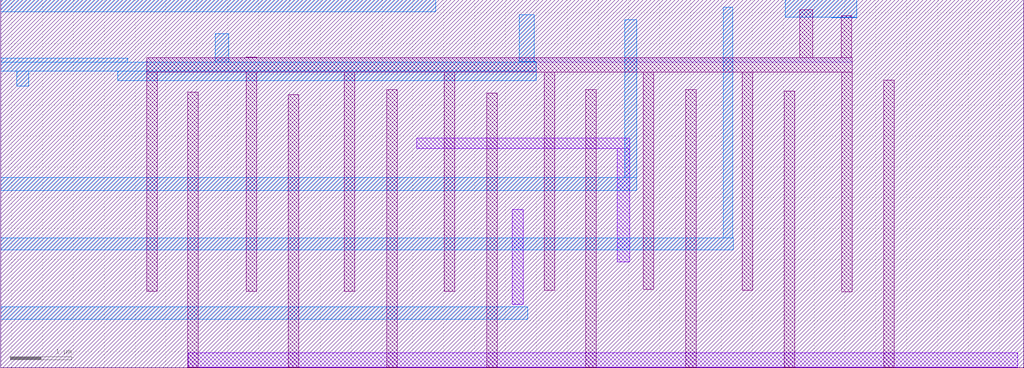
<source format=lef>
VERSION 5.7 ;
  NOWIREEXTENSIONATPIN ON ;
  DIVIDERCHAR "/" ;
  BUSBITCHARS "[]" ;
UNITS
  DATABASE MICRONS 200 ;
END UNITS

LAYER via2
  TYPE CUT ;
END via2

LAYER via
  TYPE CUT ;
END via

LAYER nwell
  TYPE MASTERSLICE ;
END nwell

LAYER via3
  TYPE CUT ;
END via3

LAYER pwell
  TYPE MASTERSLICE ;
END pwell

LAYER via4
  TYPE CUT ;
END via4

LAYER mcon
  TYPE CUT ;
END mcon

LAYER met6
  TYPE ROUTING ;
  WIDTH 0.030000 ;
  SPACING 0.040000 ;
  DIRECTION HORIZONTAL ;
END met6

LAYER met1
  TYPE ROUTING ;
  WIDTH 0.140000 ;
  SPACING 0.140000 ;
  DIRECTION HORIZONTAL ;
END met1

LAYER met3
  TYPE ROUTING ;
  WIDTH 0.300000 ;
  SPACING 0.300000 ;
  DIRECTION HORIZONTAL ;
END met3

LAYER met2
  TYPE ROUTING ;
  WIDTH 0.140000 ;
  SPACING 0.140000 ;
  DIRECTION HORIZONTAL ;
END met2

LAYER met4
  TYPE ROUTING ;
  WIDTH 0.300000 ;
  SPACING 0.300000 ;
  DIRECTION HORIZONTAL ;
END met4

LAYER met5
  TYPE ROUTING ;
  WIDTH 1.600000 ;
  SPACING 1.600000 ;
  DIRECTION HORIZONTAL ;
END met5

LAYER li1
  TYPE ROUTING ;
  WIDTH 0.170000 ;
  SPACING 0.170000 ;
  DIRECTION HORIZONTAL ;
END li1

MACRO sky130_hilas_dac5bit01
  CLASS BLOCK ;
  FOREIGN sky130_hilas_dac5bit01 ;
  ORIGIN -3.820 -5.240 ;
  SIZE 16.580 BY 5.970 ;
  OBS
      LAYER nwell ;
        RECT 6.190 10.200 17.620 10.270 ;
      LAYER li1 ;
        RECT 7.800 10.270 7.970 10.280 ;
        RECT 16.770 10.270 16.980 11.050 ;
        RECT 17.440 10.270 17.610 10.950 ;
        RECT 6.190 10.040 17.620 10.270 ;
        RECT 6.190 6.480 6.360 10.040 ;
        RECT 6.850 5.250 7.020 9.710 ;
        RECT 7.800 6.480 7.970 10.040 ;
        RECT 8.480 5.250 8.650 9.670 ;
        RECT 9.390 6.480 9.560 10.040 ;
        RECT 10.080 5.250 10.250 9.750 ;
        RECT 11.010 6.480 11.180 10.040 ;
        RECT 11.700 5.250 11.870 9.700 ;
        RECT 12.630 6.500 12.800 10.040 ;
        RECT 13.300 5.250 13.470 9.750 ;
        RECT 14.230 6.510 14.400 10.040 ;
        RECT 14.920 5.250 15.090 9.750 ;
        RECT 15.840 6.500 16.010 10.040 ;
        RECT 16.520 5.250 16.690 9.730 ;
        RECT 17.450 6.470 17.620 10.040 ;
        RECT 18.130 5.250 18.300 9.910 ;
      LAYER met1 ;
        RECT 10.560 8.800 14.010 8.970 ;
        RECT 12.110 6.270 12.290 7.810 ;
        RECT 13.810 6.960 14.010 8.800 ;
        RECT 6.860 5.250 20.300 5.480 ;
      LAYER met2 ;
        RECT 3.820 11.020 10.870 11.210 ;
        RECT 3.820 10.200 5.880 10.260 ;
        RECT 7.300 10.200 7.520 10.660 ;
        RECT 12.220 10.210 12.470 10.970 ;
        RECT 12.220 10.200 12.500 10.210 ;
        RECT 3.820 10.050 12.500 10.200 ;
        RECT 4.080 9.810 4.280 10.050 ;
        RECT 5.720 9.900 12.500 10.050 ;
        RECT 13.930 8.330 14.130 10.890 ;
        RECT 3.820 8.120 14.130 8.330 ;
        RECT 15.530 7.350 15.680 11.090 ;
        RECT 16.530 10.930 17.690 11.210 ;
        RECT 17.280 10.920 17.690 10.930 ;
        RECT 3.820 7.150 15.690 7.350 ;
        RECT 3.820 6.030 12.360 6.230 ;
  END
END sky130_hilas_dac5bit01
END LIBRARY


</source>
